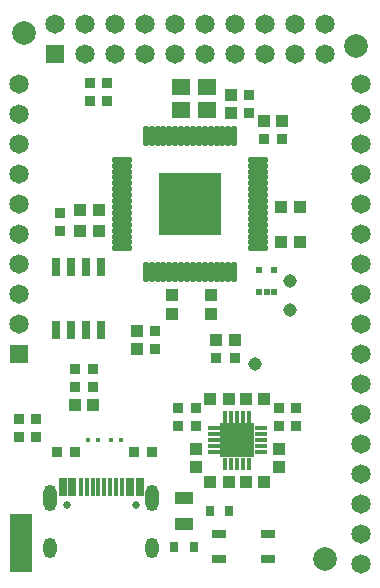
<source format=gts>
G04*
G04 #@! TF.GenerationSoftware,Altium Limited,Altium Designer,20.0.11 (256)*
G04*
G04 Layer_Color=8388736*
%FSLAX25Y25*%
%MOIN*%
G70*
G01*
G75*
%ADD33R,0.07200X0.19800*%
%ADD34R,0.06457X0.04488*%
%ADD35R,0.01811X0.01378*%
%ADD36C,0.04488*%
%ADD37R,0.03751X0.03551*%
%ADD38R,0.04051X0.03951*%
%ADD39R,0.03551X0.03751*%
%ADD40R,0.03951X0.04051*%
%ADD41R,0.03132X0.03701*%
%ADD42R,0.04685X0.03110*%
%ADD43R,0.03701X0.03701*%
%ADD44R,0.01968X0.02362*%
%ADD45R,0.11181X0.11181*%
%ADD46R,0.03898X0.01654*%
%ADD47R,0.01654X0.03898*%
%ADD48R,0.02913X0.06457*%
%ADD49R,0.21024X0.21024*%
G04:AMPARAMS|DCode=50|XSize=17.32mil|YSize=64.57mil|CornerRadius=3.05mil|HoleSize=0mil|Usage=FLASHONLY|Rotation=0.000|XOffset=0mil|YOffset=0mil|HoleType=Round|Shape=RoundedRectangle|*
%AMROUNDEDRECTD50*
21,1,0.01732,0.05847,0,0,0.0*
21,1,0.01122,0.06457,0,0,0.0*
1,1,0.00610,0.00561,-0.02923*
1,1,0.00610,-0.00561,-0.02923*
1,1,0.00610,-0.00561,0.02923*
1,1,0.00610,0.00561,0.02923*
%
%ADD50ROUNDEDRECTD50*%
G04:AMPARAMS|DCode=51|XSize=17.32mil|YSize=64.57mil|CornerRadius=3.05mil|HoleSize=0mil|Usage=FLASHONLY|Rotation=90.000|XOffset=0mil|YOffset=0mil|HoleType=Round|Shape=RoundedRectangle|*
%AMROUNDEDRECTD51*
21,1,0.01732,0.05847,0,0,90.0*
21,1,0.01122,0.06457,0,0,90.0*
1,1,0.00610,0.02923,0.00561*
1,1,0.00610,0.02923,-0.00561*
1,1,0.00610,-0.02923,-0.00561*
1,1,0.00610,-0.02923,0.00561*
%
%ADD51ROUNDEDRECTD51*%
%ADD52R,0.06063X0.05276*%
%ADD53R,0.02913X0.06260*%
%ADD54R,0.01732X0.06260*%
%ADD55C,0.07874*%
%ADD56C,0.06457*%
%ADD57R,0.06457X0.06457*%
%ADD58C,0.02559*%
%ADD59O,0.04488X0.06850*%
%ADD60O,0.04488X0.08819*%
%ADD61R,0.06457X0.06457*%
D33*
X6600Y12900D02*
D03*
D34*
X61024Y19291D02*
D03*
Y27953D02*
D03*
D35*
X40053Y47400D02*
D03*
X36746D02*
D03*
X28947D02*
D03*
X32254D02*
D03*
D36*
X84646Y72835D02*
D03*
X96457Y90551D02*
D03*
Y100394D02*
D03*
D37*
X51181Y83759D02*
D03*
Y77659D02*
D03*
X11811Y48226D02*
D03*
Y54326D02*
D03*
X98425Y58168D02*
D03*
Y52068D02*
D03*
X64961D02*
D03*
Y58168D02*
D03*
X59055D02*
D03*
Y52068D02*
D03*
X82677Y162499D02*
D03*
Y156399D02*
D03*
X19685Y117029D02*
D03*
Y123129D02*
D03*
X35433Y160336D02*
D03*
Y166436D02*
D03*
X29528Y160336D02*
D03*
Y166436D02*
D03*
X92520Y52068D02*
D03*
Y58168D02*
D03*
D38*
X45276Y83759D02*
D03*
Y77659D02*
D03*
X64961Y38289D02*
D03*
Y44389D02*
D03*
X92520Y38289D02*
D03*
Y44389D02*
D03*
X76772Y156399D02*
D03*
Y162499D02*
D03*
X69882Y95570D02*
D03*
Y89470D02*
D03*
X57087Y95570D02*
D03*
Y89470D02*
D03*
D39*
X30609Y70866D02*
D03*
X24509D02*
D03*
Y64961D02*
D03*
X30609D02*
D03*
X71753Y74803D02*
D03*
X77853D02*
D03*
X18604Y43307D02*
D03*
X24703D02*
D03*
X50294D02*
D03*
X44194D02*
D03*
X87501Y147638D02*
D03*
X93601D02*
D03*
D40*
X24509Y59055D02*
D03*
X30609D02*
D03*
X77853Y80709D02*
D03*
X71753D02*
D03*
X81596Y61024D02*
D03*
X87696D02*
D03*
X75885D02*
D03*
X69785D02*
D03*
X81596Y33465D02*
D03*
X87696D02*
D03*
X75885D02*
D03*
X69785D02*
D03*
X93601Y153543D02*
D03*
X87501D02*
D03*
X93407Y125000D02*
D03*
X99507D02*
D03*
X93407Y113189D02*
D03*
X99507D02*
D03*
X32578Y124016D02*
D03*
X26478D02*
D03*
X32578Y117126D02*
D03*
X26478D02*
D03*
D41*
X57765Y11811D02*
D03*
X64283D02*
D03*
X69576Y23622D02*
D03*
X76094D02*
D03*
D42*
X72539Y16043D02*
D03*
X88878D02*
D03*
X72539Y7579D02*
D03*
X88878D02*
D03*
D43*
X5906Y48323D02*
D03*
Y54228D02*
D03*
D44*
X86024Y104134D02*
D03*
X91142D02*
D03*
Y96653D02*
D03*
X88583D02*
D03*
X86024D02*
D03*
D45*
X78740Y47244D02*
D03*
D46*
X70965Y43307D02*
D03*
Y45276D02*
D03*
Y47244D02*
D03*
Y49213D02*
D03*
Y51181D02*
D03*
X86516D02*
D03*
Y49213D02*
D03*
Y47244D02*
D03*
Y45276D02*
D03*
Y43307D02*
D03*
D47*
X74803Y55020D02*
D03*
X76772D02*
D03*
X78740D02*
D03*
X80709D02*
D03*
X82677D02*
D03*
Y39469D02*
D03*
X80709D02*
D03*
X78740D02*
D03*
X76772D02*
D03*
X74803D02*
D03*
D48*
X18484Y83858D02*
D03*
X23484D02*
D03*
X28484D02*
D03*
X33484D02*
D03*
X18484Y105118D02*
D03*
X23484D02*
D03*
X28484D02*
D03*
X33484D02*
D03*
D49*
X62992Y125984D02*
D03*
D50*
X48228Y148622D02*
D03*
X50197D02*
D03*
X52165D02*
D03*
X54134D02*
D03*
X56102D02*
D03*
X58071D02*
D03*
X60039D02*
D03*
X62008D02*
D03*
X63976D02*
D03*
X65945D02*
D03*
X67913D02*
D03*
X69882D02*
D03*
X71850D02*
D03*
X73819D02*
D03*
X75787D02*
D03*
X77756D02*
D03*
Y103347D02*
D03*
X75787D02*
D03*
X73819D02*
D03*
X71850D02*
D03*
X69882D02*
D03*
X67913D02*
D03*
X65945D02*
D03*
X63976D02*
D03*
X62008D02*
D03*
X60039D02*
D03*
X58071D02*
D03*
X56102D02*
D03*
X54134D02*
D03*
X52165D02*
D03*
X50197D02*
D03*
X48228D02*
D03*
D51*
X85630Y140748D02*
D03*
Y138779D02*
D03*
Y136811D02*
D03*
Y134843D02*
D03*
Y132874D02*
D03*
Y130905D02*
D03*
Y128937D02*
D03*
Y126969D02*
D03*
Y125000D02*
D03*
Y123031D02*
D03*
Y121063D02*
D03*
Y119095D02*
D03*
Y117126D02*
D03*
Y115157D02*
D03*
Y113189D02*
D03*
Y111221D02*
D03*
X40354D02*
D03*
Y113189D02*
D03*
Y115157D02*
D03*
Y117126D02*
D03*
Y119095D02*
D03*
Y121063D02*
D03*
Y123031D02*
D03*
Y125000D02*
D03*
Y126969D02*
D03*
Y128937D02*
D03*
Y130905D02*
D03*
Y132874D02*
D03*
Y134843D02*
D03*
Y136811D02*
D03*
Y138779D02*
D03*
Y140748D02*
D03*
D52*
X60039Y157480D02*
D03*
X68701D02*
D03*
X60039Y164961D02*
D03*
X68701D02*
D03*
D53*
X20669Y31516D02*
D03*
X46260D02*
D03*
X23819D02*
D03*
X43110D02*
D03*
D54*
X26575D02*
D03*
X28543D02*
D03*
X40354D02*
D03*
X38386D02*
D03*
X36417D02*
D03*
X30512D02*
D03*
X34449D02*
D03*
X32480D02*
D03*
D55*
X108000Y7800D02*
D03*
X7800Y183000D02*
D03*
X118200Y178800D02*
D03*
D56*
X5906Y95906D02*
D03*
Y165905D02*
D03*
Y155905D02*
D03*
Y145905D02*
D03*
Y135906D02*
D03*
Y125906D02*
D03*
Y115905D02*
D03*
Y105905D02*
D03*
Y85905D02*
D03*
X120079Y165905D02*
D03*
Y5906D02*
D03*
Y15905D02*
D03*
Y25905D02*
D03*
Y35906D02*
D03*
Y45906D02*
D03*
Y55905D02*
D03*
Y65905D02*
D03*
Y75906D02*
D03*
Y85905D02*
D03*
Y95906D02*
D03*
Y105905D02*
D03*
Y115905D02*
D03*
Y125906D02*
D03*
Y135906D02*
D03*
Y145905D02*
D03*
Y155905D02*
D03*
X107992Y186102D02*
D03*
Y176102D02*
D03*
X97992Y186102D02*
D03*
Y176102D02*
D03*
X87992Y186102D02*
D03*
Y176102D02*
D03*
X77992Y186102D02*
D03*
Y176102D02*
D03*
X67992Y186102D02*
D03*
Y176102D02*
D03*
X57992Y186102D02*
D03*
Y176102D02*
D03*
X47992Y186102D02*
D03*
Y176102D02*
D03*
X37992Y186102D02*
D03*
Y176102D02*
D03*
X27992Y186102D02*
D03*
Y176102D02*
D03*
X17992Y186102D02*
D03*
D57*
X5906Y75906D02*
D03*
D58*
X22087Y25827D02*
D03*
X44842D02*
D03*
D59*
X50472Y11457D02*
D03*
X16457D02*
D03*
D60*
X50472Y27913D02*
D03*
X16457D02*
D03*
D61*
X17992Y176102D02*
D03*
M02*

</source>
